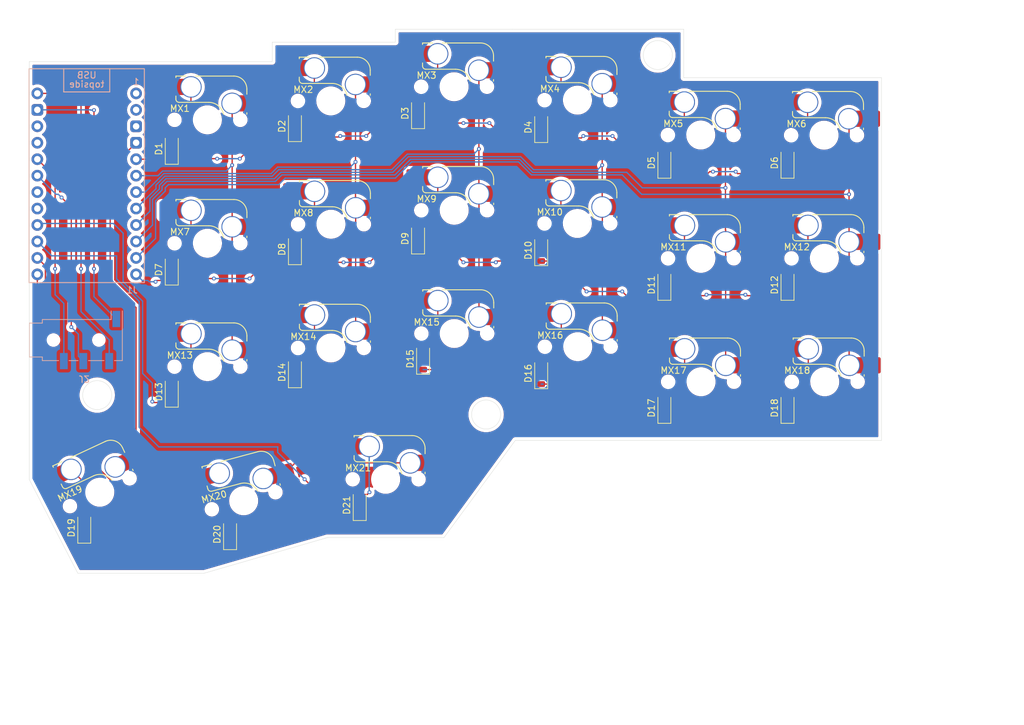
<source format=kicad_pcb>
(kicad_pcb (version 20240108) (generator "pcbnew") (generator_version "8.0")
  (layers (0 "F.Cu" signal) (31 "B.Cu" signal) (34 "B.Paste" user) (35 "F.Paste" user) (36 "B.SilkS" user "B.Silkscreen") (37 "F.SilkS" user "F.Silkscreen") (38 "B.Mask" user) (39 "F.Mask" user) (44 "Edge.Cuts" user))
  (net 0 "")
  (net 1 "Net-(D1-A)")
  (net 2 "Net-(D2-A)")
  (net 3 "Net-(D3-A)")
  (net 4 "Net-(D4-A)")
  (net 5 "Net-(D5-A)")
  (net 6 "Net-(D6-A)")
  (net 7 "Net-(D7-A)")
  (net 8 "Net-(D8-A)")
  (net 9 "Net-(D9-A)")
  (net 10 "Net-(D10-A)")
  (net 11 "Net-(D11-A)")
  (net 12 "Net-(D12-A)")
  (net 13 "Net-(D13-A)")
  (net 14 "Net-(D14-A)")
  (net 15 "Net-(D15-A)")
  (net 16 "Net-(D16-A)")
  (net 17 "Net-(D17-A)")
  (net 18 "Net-(D18-A)")
  (net 19 "Net-(D19-A)")
  (net 20 "Net-(D20-A)")
  (net 21 "Net-(D21-A)")
  (net 25 "Net-(J1-Pin_14)")
  (net 28 "Net-(J1-Pin_17)")
  (net 30 "Net-(J1-Pin_18)")
  (net 31 "Net-(J1-Pin_13)")
  (net 33 "ROW0")
  (net 34 "ROW1")
  (net 35 "ROW2")
  (net 36 "COL0")
  (net 37 "COL1")
  (net 38 "COL2")
  (net 39 "COL3")
  (net 40 "COL4")
  (net 41 "COL5")
  (net 42 "M1OUT")
  (net 43 "M2OUT")
  (net 44 "M3OUT")
  (net 45 "MIN")
  (footprint "PCM_marbastlib-mx:SW_MX_HS_CPG151101S11_1u" (layer "F.Cu") (at 87.589379 67.491573)
    (property "Reference" "MX15")
    (property "Value" "MX_SW_HS")
  )
  (footprint "PCM_marbastlib-mx:SW_MX_HS_CPG151101S11_1u" (layer "F.Cu") (at 49.504076 72.606322)
    (property "Reference" "MX13")
    (property "Value" "MX_SW_HS")
  )
  (footprint "PCM_marbastlib-mx:SW_MX_HS_CPG151101S11_1u" (layer "F.Cu") (at 125.6638 74.940431)
    (property "Reference" "MX17")
    (property "Value" "MX_SW_HS")
  )
  (footprint "PCM_marbastlib-mx:SW_MX_HS_CPG151101S11_1u" (layer "F.Cu") (at 68.558986 69.722406)
    (property "Reference" "MX14")
    (property "Value" "MX_SW_HS")
  )
  (footprint "Diode_SMD:D_SOD-123" (layer "F.Cu") (at 139 60 90)
    (property "Reference" "D12")
    (property "Value" "D_Small")
  )
  (footprint "PCM_marbastlib-mx:SW_MX_HS_CPG151101S11_1u" (layer "F.Cu") (at 106.58 50.5)
    (property "Reference" "MX10")
    (property "Value" "MX_SW_HS")
  )
  (footprint "PCM_marbastlib-mx:SW_MX_HS_CPG151101S11_1u" (layer "F.Cu") (at 68.54 31.58)
    (property "Reference" "MX2")
    (property "Value" "MX_SW_HS")
  )
  (footprint "PCM_marbastlib-mx:SW_MX_HS_CPG151101S11_1u" (layer "F.Cu") (at 125.643053 55.882512)
    (property "Reference" "MX11")
    (property "Value" "MX_SW_HS")
  )
  (footprint "Diode_SMD:D_SOD-123" (layer "F.Cu") (at 44 39 90)
    (property "Reference" "D1")
    (property "Value" "D_Small")
  )
  (footprint "Diode_SMD:D_SOD-123" (layer "F.Cu") (at 63 35.5 90)
    (property "Reference" "D2")
    (property "Value" "D_Small")
  )
  (footprint "PCM_marbastlib-mx:SW_MX_HS_CPG151101S11_1u" (layer "F.Cu") (at 106.640425 69.525279)
    (property "Reference" "MX16")
    (property "Value" "MX_SW_HS")
  )
  (footprint "Diode_SMD:D_SOD-123" (layer "F.Cu") (at 53 98.5 90)
    (property "Reference" "D20")
    (property "Value" "D_Small")
  )
  (footprint "Diode_SMD:D_SOD-123" (layer "F.Cu") (at 101 73.65 90)
    (property "Reference" "D16")
    (property "Value" "D_Small")
  )
  (footprint "PCM_marbastlib-mx:SW_MX_HS_CPG151101S11_1u" (layer "F.Cu") (at 144.744753 74.940431)
    (property "Reference" "MX18")
    (property "Value" "MX_SW_HS")
  )
  (footprint "Diode_SMD:D_SOD-123" (layer "F.Cu") (at 44 57.65 90)
    (property "Reference" "D7")
    (property "Value" "D_Small")
  )
  (footprint "PCM_marbastlib-mx:SW_MX_HS_CPG151101S11_1u" (layer "F.Cu") (at 87.559586 29.388311)
    (property "Reference" "MX3")
    (property "Value" "MX_SW_HS")
  )
  (footprint "PCM_marbastlib-mx:SW_MX_HS_CPG151101S11_1u" (layer "F.Cu") (at 125.618458 36.844863)
    (property "Reference" "MX5")
    (property "Value" "MX_SW_HS")
  )
  (footprint "Diode_SMD:D_SOD-123" (layer "F.Cu") (at 101 54.65 90)
    (property "Reference" "D10")
    (property "Value" "D_Small")
  )
  (footprint "Diode_SMD:D_SOD-123" (layer "F.Cu") (at 63 73.5 90)
    (property "Reference" "D14")
    (property "Value" "D_Small")
  )
  (footprint "PCM_marbastlib-mx:SW_MX_HS_CPG151101S11_1u" (layer "F.Cu") (at 87.578105 48.458827)
    (property "Reference" "MX9")
    (property "Value" "MX_SW_HS")
  )
  (footprint "PCM_marbastlib-mx:SW_MX_HS_CPG151101S11_1u" (layer "F.Cu") (at 77 90)
    (property "Reference" "MX21")
    (property "Value" "MX_SW_HS")
  )
  (footprint "PCM_marbastlib-mx:SW_MX_HS_CPG151101S11_1u" (layer "F.Cu") (at 106.59732 31.461522)
    (property "Reference" "MX4")
    (property "Value" "MX_SW_HS")
  )
  (footprint "PCM_marbastlib-mx:SW_MX_HS_CPG151101S11_1u" (layer "F.Cu") (at 49.5 34.5)
    (property "Reference" "MX1")
    (property "Value" "MX_SW_HS")
  )
  (footprint "PCM_marbastlib-mx:SW_MX_HS_CPG151101S11_1u" (layer "F.Cu") (at 144.639597 36.874771)
    (property "Reference" "MX6")
    (property "Value" "MX_SW_HS")
  )
  (footprint "Diode_SMD:D_SOD-123" (layer "F.Cu") (at 82 33.5 90)
    (property "Reference" "D3")
    (property "Value" "D_Small")
  )
  (footprint "PCM_marbastlib-mx:SW_MX_HS_CPG151101S11_1u" (layer "F.Cu") (at 144.694099 55.882512)
    (property "Reference" "MX12")
    (property "Value" "MX_SW_HS")
  )
  (footprint "Diode_SMD:D_SOD-123" (layer "F.Cu") (at 73 94 90)
    (property "Reference" "D21")
    (property "Value" "D_Small")
  )
  (footprint "PCM_marbastlib-mx:SW_MX_HS_CPG151101S11_1u" (layer "F.Cu") (at 49.506488 53.556107)
    (property "Reference" "MX7")
    (property "Value" "MX_SW_HS")
  )
  (footprint "PCM_marbastlib-mx:SW_MX_HS_CPG151101S11_1u" (layer "F.Cu") (at 55.093097 93.314801 15)
    (property "Reference" "MX20")
    (property "Value" "MX_SW_HS")
  )
  (footprint "Diode_SMD:D_SOD-123" (layer "F.Cu") (at 101 35.65 90)
    (property "Reference" "D4")
    (property "Value" "D_Small")
  )
  (footprint "Diode_SMD:D_SOD-123" (layer "F.Cu") (at 139 79 90)
    (property "Reference" "D18")
    (property "Value" "D_Small")
  )
  (footprint "Diode_SMD:D_SOD-123" (layer "F.Cu") (at 30.5 97.5 90)
    (property "Reference" "D19")
    (property "Value" "D_Small")
  )
  (footprint "Diode_SMD:D_SOD-123" (layer "F.Cu") (at 44 76.5 90)
    (property "Reference" "D13")
    (property "Value" "D_Small")
  )
  (footprint "Diode_SMD:D_SOD-123" (layer "F.Cu") (at 82.782089 71.409564 90)
    (property "Reference" "D15")
    (property "Value" "D_Small")
  )
  (footprint "PCM_marbastlib-mx:SW_MX_HS_CPG151101S11_1u" (layer "F.Cu") (at 32.895956 92 25)
    (property "Reference" "MX19")
    (property "Value" "MX_SW_HS")
  )
  (footprint "Diode_SMD:D_SOD-123" (layer "F.Cu") (at 120 79 90)
    (property "Reference" "D17")
    (property "Value" "D_Small")
  )
  (footprint "Diode_SMD:D_SOD-123" (layer "F.Cu") (at 82 52.85 90)
    (property "Reference" "D9")
    (property "Value" "D_Small")
  )
  (footprint "Diode_SMD:D_SOD-123" (layer "F.Cu") (at 120 41.15 90)
    (property "Reference" "D5")
    (property "Value" "D_Small")
  )
  (footprint "Diode_SMD:D_SOD-123" (layer "F.Cu") (at 63 54.5 90)
    (property "Reference" "D8")
    (property "Value" "D_Small")
  )
  (footprint "PCM_marbastlib-mx:SW_MX_HS_CPG151101S11_1u" (layer "F.Cu") (at 68.562349 50.621895)
    (property "Reference" "MX8")
    (property "Value" "MX_SW_HS")
  )
  (footprint "Diode_SMD:D_SOD-123" (layer "F.Cu") (at 120 60 90)
    (property "Reference" "D11")
    (property "Value" "D_Small")
  )
  (footprint "Diode_SMD:D_SOD-123" (layer "F.Cu") (at 139 41.15 90)
    (property "Reference" "D6")
    (property "Value" "D_Small")
  )
  (footprint "PCM_marbastlib-xp-promicroish:ProMicro_USBup" (layer "B.Cu") (at 30.88 44.39 180)
    (property "Reference" "J1")
    (property "Value" "Conn_02x12_Top_Bottom")
  )
  (footprint "Connector_Audio:Jack_3.5mm_KoreanHropartsElec_PJ-320D-4A_Horizontal" (layer "B.Cu") (at 30.5 68.5)
    (property "Reference" "J2")
    (property "Value" "AudioJack4")
  )
  (gr_line (start 78.5 22.5) (end 60 22.5) (stroke (width 0.05)) (layer "Edge.Cuts"))
  (gr_line (start 59.5 22.5) (end 59.5 25.5) (stroke (width 0.05)) (layer "Edge.Cuts"))
  (gr_circle (center 32.5 77) (end 31.5 79) (stroke (width 0.05)) (fill none) (layer "Edge.Cuts"))
  (gr_line (start 40.5 25.5) (end 22 25.5) (stroke (width 0.05)) (layer "Edge.Cuts"))
  (gr_line (start 122.5 20.5) (end 123 20.5) (stroke (width 0.05)) (layer "Edge.Cuts"))
  (gr_line (start 97 84) (end 86 99) (stroke (width 0.05)) (layer "Edge.Cuts"))
  (gr_line (start 22 25.5) (end 22 90) (stroke (width 0.05)) (layer "Edge.Cuts"))
  (gr_circle (center 119 24.5) (end 118 26.5) (stroke (width 0.05)) (fill none) (layer "Edge.Cuts"))
  (gr_line (start 49 104.5) (end 68 99) (stroke (width 0.05)) (layer "Edge.Cuts"))
  (gr_line (start 116.5 84) (end 97 84) (stroke (width 0.05)) (layer "Edge.Cuts"))
  (gr_line (start 96.5 20.5) (end 78.5 20.5) (stroke (width 0.05)) (layer "Edge.Cuts"))
  (gr_line (start 96.5 20.5) (end 122.5 20.5) (stroke (width 0.05)) (layer "Edge.Cuts"))
  (gr_line (start 123 28) (end 153.5 28) (stroke (width 0.05)) (layer "Edge.Cuts"))
  (gr_line (start 123 20.5) (end 123 28) (stroke (width 0.05)) (layer "Edge.Cuts"))
  (gr_line (start 153.5 84) (end 153.5 28) (stroke (width 0.05)) (layer "Edge.Cuts"))
  (gr_line (start 22 90) (end 29.5 104.5) (stroke (width 0.05)) (layer "Edge.Cuts"))
  (gr_line (start 116.5 84) (end 134.5 84) (stroke (width 0.05)) (layer "Edge.Cuts"))
  (gr_line (start 68 99) (end 86 99) (stroke (width 0.05)) (layer "Edge.Cuts"))
  (gr_line (start 78.5 20.5) (end 78.5 22.5) (stroke (width 0.05)) (layer "Edge.Cuts"))
  (gr_line (start 29.5 104.5) (end 49 104.5) (stroke (width 0.05)) (layer "Edge.Cuts"))
  (gr_line (start 134.5 84) (end 153.5 84) (stroke (width 0.05)) (layer "Edge.Cuts"))
  (gr_line (start 60 22.5) (end 59.5 22.5) (stroke (width 0.05)) (layer "Edge.Cuts"))
  (gr_circle (center 92.5 80) (end 91.5 82) (stroke (width 0.05)) (fill none) (layer "Edge.Cuts"))
  (gr_line (start 59.5 25.5) (end 40.5 25.5) (stroke (width 0.05)) (layer "Edge.Cuts"))
  (segment (start 44 37.35) (end 46.96 34.39) (width 0.2) (layer "F.Cu") (net 1))
  (segment (start 46.96 34.39) (end 46.96 29.42) (width 0.2) (layer "F.Cu") (net 1))
  (segment (start 63 33.85) (end 66 30.85) (width 0.2) (layer "F.Cu") (net 2))
  (segment (start 66 30.85) (end 66 26.5) (width 0.2) (layer "F.Cu") (net 2))
  (segment (start 82 31.85) (end 85.019586 28.830414) (width 0.2) (layer "F.Cu") (net 3))
  (segment (start 85.019586 28.830414) (end 85.019586 24.308311) (width 0.2) (layer "F.Cu") (net 3))
  (segment (start 104.05732 30.686747) (end 104.05732 26.381522) (width 0.2) (layer "F.Cu") (net 4))
  (segment (start 101 33.744067) (end 104.05732 30.686747) (width 0.2) (layer "F.Cu") (net 4))
  (segment (start 101 34) (end 101 33.744067) (width 0.2) (layer "F.Cu") (net 4))
  (segment (start 120 39.5) (end 120 39.148546) (width 0.2) (layer "F.Cu") (net 5))
  (segment (start 120 39.148546) (end 123.078458 36.070088) (width 0.2) (layer "F.Cu") (net 5))
  (segment (start 123.078458 36.070088) (end 123.078458 31.764863) (width 0.2) (layer "F.Cu") (net 5))
  (segment (start 142.099597 36.400403) (end 142.099597 31.794771) (width 0.2) (layer "F.Cu") (net 6))
  (segment (start 139 39.5) (end 142.099597 36.400403) (width 0.2) (layer "F.Cu") (net 6))
  (segment (start 46.966488 53.033512) (end 46.966488 48.476107) (width 0.2) (layer "F.Cu") (net 7))
  (segment (start 44 56) (end 46.966488 53.033512) (width 0.2) (layer "F.Cu") (net 7))
  (segment (start 63 52.85) (end 66.022349 49.827651) (width 0.2) (layer "F.Cu") (net 8))
  (segment (start 66.022349 49.827651) (end 66.022349 45.541895) (width 0.2) (layer "F.Cu") (net 8))
  (segment (start 85.038105 47.684052) (end 85.038105 43.378827) (width 0.2) (layer "F.Cu") (net 9))
  (segment (start 82 51.2) (end 82 50.722157) (width 0.2) (layer "F.Cu") (net 9))
  (segment (start 82 50.722157) (end 85.038105 47.684052) (width 0.2) (layer "F.Cu") (net 9))
  (segment (start 85.038105 43.378827) (end 85.234205 43.574927) (width 0.2) (layer "B.Cu") (net 9))
  (segment (start 101 52.765225) (end 104.04 49.725225) (width 0.2) (layer "F.Cu") (net 10))
  (segment (start 104.04 49.725225) (end 104.04 45.42) (width 0.2) (layer "F.Cu") (net 10))
  (segment (start 101 53) (end 101 52.765225) (width 0.2) (layer "F.Cu") (net 10))
  (segment (start 123.103053 55.246947) (end 123.103053 50.802512) (width 0.2) (layer "F.Cu") (net 11))
  (segment (start 120 58.35) (end 123.103053 55.246947) (width 0.2) (layer "F.Cu") (net 11))
  (segment (start 142.154099 55.195901) (end 142.154099 50.802512) (width 0.2) (layer "F.Cu") (net 12))
  (segment (start 139 58.35) (end 142.154099 55.195901) (width 0.2) (layer "F.Cu") (net 12))
  (segment (start 45.65 74.85) (end 44 74.85) (width 0.2) (layer "F.Cu") (net 13))
  (segment (start 46.5 74.5) (end 46 74.5) (width 0.2) (layer "F.Cu") (net 13))
  (segment (start 46.964076 67.526322) (end 46.964076 74.035924) (width 0.2) (layer "F.Cu") (net 13))
  (segment (start 46.964076 74.035924) (end 46.5 74.5) (width 0.2) (layer "F.Cu") (net 13))
  (segment (start 46 74.5) (end 45.65 74.85) (width 0.2) (layer "F.Cu") (net 13))
  (segment (start 63 71.85) (end 63.6 71.85) (width 0.2) (layer "F.Cu") (net 14))
  (segment (start 63.6 71.85) (end 66.018986 69.431014) (width 0.2) (layer "F.Cu") (net 14))
  (segment (start 66.018986 69.431014) (end 66.018986 64.642406) (width 0.2) (layer "F.Cu") (net 14))
  (segment (start 82.782089 69.759564) (end 85.049379 67.492274) (width 0.2) (layer "F.Cu") (net 15))
  (segment (start 85.049379 67.492274) (end 85.049379 62.411573) (width 0.2) (layer "F.Cu") (net 15))
  (segment (start 104.100425 68.899575) (end 104.100425 64.445279) (width 0.2) (layer "F.Cu") (net 16))
  (segment (start 101 72) (end 104.100425 68.899575) (width 0.2) (layer "F.Cu") (net 16))
  (segment (start 123.1238 74.2262) (end 123.1238 69.860431) (width 0.2) (layer "F.Cu") (net 17))
  (segment (start 120 77.35) (end 123.1238 74.2262) (width 0.2) (layer "F.Cu") (net 17))
  (segment (start 142.204753 74.165656) (end 142.204753 69.860431) (width 0.2) (layer "F.Cu") (net 18))
  (segment (start 139 77.35) (end 139.020409 77.35) (width 0.2) (layer "F.Cu") (net 18))
  (segment (start 139.020409 77.35) (end 142.204753 74.165656) (width 0.2) (layer "F.Cu") (net 18))
  (segment (start 30.5 95.85) (end 30.5 90.522374) (width 0.2) (layer "F.Cu") (net 19))
  (segment (start 30.5 90.522374) (end 28.447033 88.469407) (width 0.2) (layer "F.Cu") (net 19))
  (segment (start 73 92.35) (end 74.15 92.35) (width 0.2) (layer "F.Cu") (net 21))
  (segment (start 74.15 92.35) (end 74.5 92) (width 0.2) (layer "F.Cu") (net 21))
  (via (at 74.5 92) (size 0.6) (drill 0.3) (layers "F.Cu" "B.Cu") (net 21))
  (segment (start 74.46 91.96) (end 74.5 92) (width 0.2) (layer "B.Cu") (net 21))
  (segment (start 74.46 84.92) (end 74.46 91.96) (width 0.2) (layer "B.Cu") (net 21))
  (segment (start 32 57.5) (end 32 56.5) (width 0.2) (layer "F.Cu") (net 25))
  (segment (start 32 56.5) (end 32 33) (width 0.2) (layer "F.Cu") (net 25))
  (via (at 32 33) (size 0.6) (drill 0.3) (layers "F.Cu" "B.Cu") (net 25))
  (via (at 32 57.5) (size 0.6) (drill 0.3) (layers "F.Cu" "B.Cu") (net 25))
  (segment (start 31.5 33) (end 31.46 32.96) (width 0.2) (layer "B.Cu") (net 25))
  (segment (start 32 33) (end 31.5 33) (width 0.2) (layer "B.Cu") (net 25))
  (segment (start 32 61.8) (end 32 61) (width 0.2) (layer "B.Cu") (net 25))
  (segment (start 35.45 65.25) (end 32 61.8) (width 0.2) (layer "B.Cu") (net 25))
  (segment (start 32 61) (end 32 57.5) (width 0.2) (layer "B.Cu") (net 25))
  (segment (start 31.46 32.96) (end 23.26 32.96) (width 0.2) (layer "B.Cu") (net 25))
  (segment (start 26 43.32) (end 23.26 40.58) (width 0.2) (layer "F.Cu") (net 28))
  (segment (start 26 57.5) (end 26 43.32) (width 0.2) (layer "F.Cu") (net 28))
  (via (at 26 57.5) (size 0.6) (drill 0.3) (layers "F.Cu" "B.Cu") (net 28))
  (segment (start 26 61.5) (end 26 57.5) (width 0.2) (layer "B.Cu") (net 28))
  (segment (start 27.35 71.75) (end 27.35 62.85) (width 0.2) (layer "B.Cu") (net 28))
  (segment (start 27.35 62.85) (end 26 61.5) (width 0.2) (layer "B.Cu") (net 28))
  (segment (start 28.5 66.5) (end 28.5 48) (width 0.2) (layer "F.Cu") (net 30))
  (segment (start 28.5 48) (end 27 46.5) (width 0.2) (layer "F.Cu") (net 30))
  (via (at 28.5 66.5) (size 0.6) (drill 0.3) (layers "F.Cu" "B.Cu") (net 30))
  (via (at 27 46.5) (size 0.6) (drill 0.3) (layers "F.Cu" "B.Cu") (net 30))
  (segment (start 26.5 46) (end 26.14 46) (width 0.2) (layer "B.Cu") (net 30))
  (segment (start 30.35 71.75) (end 29.6 71) (width 0.2) (layer "B.Cu") (net 30))
  (segment (start 29.6 67.6) (end 28.5 66.5) (width 0.2) (layer "B.Cu") (net 30))
  (segment (start 27 46.5) (end 26.5 46) (width 0.2) (layer "B.Cu") (net 30))
  (segment (start 29.6 71) (end 29.6 67.6) (width 0.2) (layer "B.Cu") (net 30))
  (segment (start 26.14 46) (end 23.26 43.12) (width 0.2) (layer "B.Cu") (net 30))
  (segment (start 29.42 30.42) (end 23.26 30.42) (width 0.2) (layer "F.Cu") (net 31))
  (segment (start 30 31) (end 29.42 30.42) (width 0.2) (layer "F.Cu") (net 31))
  (segment (start 30 57.5) (end 30 31) (width 0.2) (layer "F.Cu") (net 31))
  (via (at 30 57.5) (size 0.6) (drill 0.3) (layers "F.Cu" "B.Cu") (net 31))
  (segment (start 30 60.5) (end 30 57.5) (width 0.2) (layer "B.Cu") (net 31))
  (segment (start 30 64.123654) (end 30 61) (width 0.2) (layer "B.Cu") (net 31))
  (segment (start 34.35 68.473654) (end 30 64.123654) (width 0.2) (layer "B.Cu") (net 31))
  (segment (start 30 61) (end 30 60.5) (width 0.2) (layer "B.Cu") (net 31))
  (segment (start 34.35 71.75) (end 34.35 68.473654) (width 0.2) (layer "B.Cu") (net 31))
  (segment (start 117.8 42.8) (end 112 37) (width 0.2) (layer "F.Cu") (net 33))
  (segment (start 49.85 40.65) (end 44 40.65) (width 0.2) (layer "F.Cu") (net 33))
  (segment (start 75.85 35.15) (end 74 37) (width 0.2) (layer "F.Cu") (net 33))
  (segment (start 127 42.5) (end 126.7 42.8) (width 0.2) (layer "F.Cu") (net 33))
  (segment (start 51 40.5) (end 50 40.5) (width 0.2) (layer "F.Cu") (net 33))
  (segment (start 70 37) (end 69.85 37.15) (width 0.2) (layer "F.Cu") (net 33))
  (segment (start 69.85 37.15) (end 63 37.15) (width 0.2) (layer "F.Cu") (net 33))
  (segment (start 101 37.3) (end 95.3 37.3) (width 0.2) (layer "F.Cu") (net 33))
  (segment (start 107.2 37.3) (end 101 37.3) (width 0.2) (layer "F.Cu") (net 33))
  (segment (start 126.7 42.8) (end 120 42.8) (width 0.2) (layer "F.Cu") (net 33))
  (segment (start 50 40.5) (end 49.85 40.65) (width 0.2) (layer "F.Cu") (net 33))
  (segment (start 131.3 42.8) (end 131 42.5) (width 0.2) (layer "F.Cu") (net 33))
  (segment (start 44 40.65) (end 43.65 40.65) (width 0.2) (layer "F.Cu") (net 33))
  (segment (start 139 42.8) (end 131.3 42.8) (width 0.2) (layer "F.Cu") (net 33))
  (segment (start 43.58 40.58) (end 38.5 40.58) (width 0.2) (layer "F.Cu") (net 33))
  (segment (start 43.65 40.65) (end 43.58 40.58) (width 0.2) (layer "F.Cu") (net 33))
  (segment (start 87.85 35.15) (end 82 35.15) (width 0.2) (layer "F.Cu") (net 33))
  (segment (start 63 37.15) (end 57.85 37.15) (width 0.2) (layer "F.Cu") (net 33))
  (segment (start 107.5 37) (end 107.2 37.3) (width 0.2) (layer "F.Cu") (net 33))
  (segment (start 95.3 37.3) (end 93 35) (width 0.2) (layer "F.Cu") (net 33))
  (segment (start 57.85 37.15) (end 54.5 40.5) (width 0.2) (layer "F.Cu") (net 33))
  (segment (start 89 35) (end 88 35) (width 0.2) (layer "F.Cu") (net 33))
  (segment (start 88 35) (end 87.85 35.15) (width 0.2) (layer "F.Cu") (net 33))
  (segment (start 82 35.15) (end 75.85 35.15) (width 0.2) (layer "F.Cu") (net 33))
  (segment (start 120 42.8) (end 117.8 42.8) (width 0.2) (layer "F.Cu") (net 33))
  (segment (start 127.5 42.5) (end 127 42.5) (width 0.2) (layer "F.Cu") (net 33))
  (via (at 51 40.5) (size 0.6) (drill 0.3) (layers "F.Cu" "B.Cu") (net 33))
  (via (at 107.5 37) (size 0.6) (drill 0.3) (layers "F.Cu" "B.Cu") (net 33))
  (via (at 93 35) (size 0.6) (drill 0.3) (layers "F.Cu" "B.Cu") (net 33))
  (via (at 127.5 42.5) (size 0.6) (drill 0.3) (layers "F.Cu" "B.Cu") (net 33))
  (via (at 54.5 40.5) (size 0.6) (drill 0.3) (layers "F.Cu" "B.Cu") (net 33))
  (via (at 89 35) (size 0.6) (drill 0.3) (layers "F.Cu" "B.Cu") (net 33))
  (via (at 131 42.5) (size 0.6) (drill 0.3) (layers "F.Cu" "B.Cu") (net 33))
  (via (at 112 37) (size 0.6) (drill 0.3) (layers "F.Cu" "B.Cu") (net 33))
  (via (at 74 37) (size 0.6) (drill 0.3) (layers "F.Cu" "B.Cu") (net 33))
  (via (at 70 37) (size 0.6) (drill 0.3) (layers "F.Cu" "B.Cu") (net 33))
  (segment (start 131 42.5) (end 127.5 42.5) (width 0.2) (layer "B.Cu") (net 33))
  (segment (start 74 37) (end 70 37) (width 0.2) (layer "B.Cu") (net 33))
  (segment (start 53.5 40.5) (end 51 40.5) (width 0.2) (layer "B.Cu") (net 33))
  (segment (start 93 35) (end 89 35) (width 0.2) (layer "B.Cu") (net 33))
  (segment (start 54.5 40.5) (end 53.5 40.5) (width 0.2) (layer "B.Cu") (net 33))
  (segment (start 112 37) (end 107.5 37) (width 0.2) (layer "B.Cu") (net 33))
  (segment (start 76.5 54.5) (end 74.5 56.5) (width 0.2) (layer "F.Cu") (net 34))
  (segment (start 103.3 56.3) (end 101 56.3) (width 0.2) (layer "F.Cu") (net 34))
  (segment (start 132.65 61.65) (end 132.5 61.5) (width 0.2) (layer "F.Cu") (net 34))
  (segment (start 89 56.5) (end 87 54.5) (width 0.2) (layer "F.Cu") (net 34))
  (segment (start 50.5 59) (end 49.5 59) (width 0.2) (layer "F.Cu") (net 34))
  (segment (start 70.5 56.5) (end 69.5 56.5) (width 0.2) (layer "F.Cu") (net 34))
  (segment (start 44 59.3) (end 41.7 59.3) (width 0.2) (layer "F.Cu") (net 34))
  (segment (start 63 56.15) (end 58.85 56.15) (width 0.2) (layer "F.Cu") (net 34))
  (segment (start 49.5 59) (end 49.2 59.3) (width 0.2) (layer "F.Cu") (net 34))
  (segment (start 94.2 56.3) (end 94 56.5) (width 0.2) (layer "F.Cu") (net 34))
  (segment (start 126.35 61.65) (end 120 61.65) (width 0.2) (layer "F.Cu") (net 34))
  (segment (start 120 61.65) (end 114.15 61.65) (width 0.2) (layer "F.Cu") (net 34))
  (segment (start 82 54.5) (end 76.5 54.5) (width 0.2) (layer "F.Cu") (net 34))
  (segment (start 69.15 56.15) (end 63 56.15) (width 0.2) (layer "F.Cu") (net 34))
  (segment (start 126.5 61.5) (end 126.35 61.65) (width 0.2) (layer "F.Cu") (net 34))
  (segment (start 49.2 59.3) (end 44 59.3) (width 0.2) (layer "F.Cu") (net 34))
  (segment (start 108 61) (end 103.3 56.3) (width 0.2) (layer "F.Cu") (net 34))
  (segment (start 58.85 56.15) (end 56 59) (width 0.2) (layer "F.Cu") (net 34))
  (segment (start 41.7 59.3) (end 41.5 59.5) (width 0.2) (layer "F.Cu") (net 34))
  (segment (start 114.15 61.65) (end 113.5 61) (width 0.2) (layer "F.Cu") (net 34))
  (segment (start 69.5 56.5) (end 69.15 56.15) (width 0.2) (layer "F.Cu") (net 34))
  (segment (start 87 54.5) (end 82 54.5) (width 0.2) (layer "F.Cu") (net 34))
  (segment (start 101 56.3) (end 94.2 56.3) (width 0.2) (layer "F.Cu") (net 34))
  (segment (start 139 61.65) (end 132.65 61.65) (width 0.2) (layer "F.Cu") (net 34))
  (via (at 56 59) (size 0.6) (drill 0.3) (layers "F.Cu" "B.Cu") (net 34))
  (via (at 132.5 61.5) (size 0.6) (drill 0.3) (layers "F.Cu" "B.Cu") (net 34))
  (via (at 50.5 59) (size 0.6) (drill 0.3) (layers "F.Cu" "B.Cu") (net 34))
  (via (at 126.5 61.5) (size 0.6) (drill 0.3) (layers "F.Cu" "B.Cu") (net 34))
  (via (at 41.5 59.5) (size 0.6) (drill 0.3) (layers "F.Cu" "B.Cu") (net 34))
  (via (at 113.5 61) (size 0.6) (drill 0.3) (layers "F.Cu" "B.Cu") (net 34))
  (via (at 108 61) (size 0.6) (drill 0.3) (layers "F.Cu" "B.Cu") (net 34))
  (via (at 89 56.5) (size 0.6) (drill 0.3) (layers "F.Cu" "B.Cu") (net 34))
  (via (at 94 56.5) (size 0.6) (drill 0.3) (layers "F.Cu" "B.Cu") (net 34))
  (via (at 70.5 56.5) (size 0.6) (drill 0.3) (layers "F.Cu" "B.Cu") (net 34))
  (via (at 74.5 56.5) (size 0.6) (drill 0.3) (layers "F.Cu" "B.Cu") (net 34))
  (segment (start 112.5 61) (end 108 61) (width 0.2) (layer "B.Cu") (net 34))
  (segment (start 55 59) (end 50.5 59) (width 0.2) (layer "B.Cu") (net 34))
  (segment (start 40.3 59.3) (end 39.44 59.3) (width 0.2) (layer "B.Cu") (net 34))
  (segment (start 132.5 61.5) (end 126.5 61.5) (width 0.2) (layer "B.Cu") (net 34))
  (segment (start 74.5 56.5) (end 70.5 56.5) (width 0.2) (layer "B.Cu") (net 34))
  (segment (start 41.5 59.5) (end 40.5 59.5) (width 0.2) (layer "B.Cu") (net 34))
  (segment (start 39.44 59.3) (end 38.5 58.36) (width 0.2) (layer "B.Cu") (net 34))
  (segment (start 113.5 61) (end 112.5 61) (width 0.2) (layer "B.Cu") (net 34))
  (segment (start 56 59) (end 55 59) (width 0.2) (layer "B.Cu") (net 34))
  (segment (start 40.5 59.5) (end 40.3 59.3) (width 0.2) (layer "B.Cu") (net 34))
  (segment (start 94 56.5) (end 89 56.5) (width 0.2) (layer "B.Cu") (net 34))
  (segment (start 101 56.3) (end 101.3 56.3) (width 0.2) (layer "B.Cu") (net 34))
  (segment (start 65.090436 73.059564) (end 63 75.15) (width 0.2) (layer "F.Cu") (net 35))
  (segment (start 59.65 78.15) (end 44 78.15) (width 0.2) (layer "F.Cu") (net 35))
  (segment (start 100.8 75.3) (end 98.559564 73.059564) (width 0.2) (layer "F.Cu") (net 35))
  (segment (start 119.65 80.65) (end 114.3 75.3) (width 0.2) (layer "F.Cu") (net 35))
  (segment (start 101 75.3) (end 100.8 75.3) (width 0.2) (layer "F.Cu") (net 35))
  (segment (start 41 78) (end 41.15 78.15) (width 0.2) (layer "F.Cu") (net 35))
  (segment (start 120 80.65) (end 119.65 80.65) (width 0.2) (layer "F.Cu") (net 35))
  (segment (start 139 80.65) (end 120 80.65) (width 0.2) (layer "F.Cu") (net 35))
  (segment (start 63 75.15) (end 62.65 75.15) (width 0.2) (layer "F.Cu") (net 35))
  (segment (start 82.782089 73.059564) (end 65.090436 73.059564) (width 0.2) (layer "F.Cu") (net 35))
  (segment (start 114.3 75.3) (end 101 75.3) (width 0.2) (layer "F.Cu") (net 35))
  (segment (start 98.559564 73.059564) (end 82.782089 73.059564) (width 0.2) (layer "F.Cu") (net 35))
  (segment (start 41.15 78.15) (end 44 78.15) (width 0.2) (layer "F.Cu") (net 35))
  (segment (start 62.65 75.15) (end 59.65 78.15) (width 0.2) (layer "F.Cu") (net 35))
  (via (at 41 78) (size 0.6) (drill 0.3) (layers "F.Cu" "B.Cu") (net 35))
  (segment (start 82.782089 73.059564) (end 83.440436 73.059564) (width 0.2) (layer "B.Cu") (net 35))
  (segment (start 39.5 62.5) (end 39.5 73.65) (width 0.2) (layer "B.Cu") (net 35))
  (segment (start 36.5 52) (end 36.5 59.5) (width 0.2) (layer "B.Cu") (net 35))
  (segment (start 36.5 59.5) (end 39.5 62.5) (width 0.2) (layer "B.Cu") (net 35))
  (segment (start 101 75.3) (end 101.3 75.3) (width 0.2) (layer "B.Cu") (net 35))
  (segment (start 23.26 50.74) (end 23.5 50.5) (width 0.2) (layer "B.Cu") (net 35))
  (segment (start 35 50.5) (end 36.5 52) (width 0.2) (layer "B.Cu") (net 35))
  (segment (start 39.5 73.65) (end 41 75.15) (width 0.2) (layer "B.Cu") (net 35))
  (segment (start 41 75.15) (end 41 78) (width 0.2) (layer "B.Cu") (net 35))
  (segment (start 23.5 50.5) (end 35 50.5) (width 0.2) (layer "B.Cu") (net 35))
  (segment (start 53.316488 41.5) (end 53.316488 31.966488) (width 0.2) (layer "F.Cu") (net 36))
  (segment (start 53.314076 51.018519) (end 53.316488 51.016107) (width 0.2) (layer "F.Cu") (net 36))
  (segment (start 53.316488 51.016107) (end 53.316488 41.5) (width 0.2) (layer "F.Cu") (net 36))
  (segment (start 53.316488 31.966488) (end 53.31 31.96) (width 0.2) (layer "F.Cu") (net 36))
  (segment (start 53.314076 70.066322) (end 53.314076 51.018519) (width 0.2) (layer "F.Cu") (net 36))
  (via (at 53.316488 41.5) (size 0.6) (drill 0.3) (layers "F.Cu" "B.Cu") (net 36))
  (segment (start 38.5 43.12) (end 41.88 43.12) (width 0.2) (layer "B.Cu") (net 36))
  (segment (start 42.601474 42.398529) (end 52.417959 42.398529) (width 0.2) (layer "B.Cu") (net 36))
  (segment (start 41.88 43.12) (end 42.601474 42.398529) (width 0.2) (layer "B.Cu") (net 36))
  (segment (start 52.417959 42.398529) (end 53.316488 41.5) (width 0.2) (layer "B.Cu") (net 36))
  (segment (start 72.35 29.04) (end 72.35 41) (width 0.2) (layer "F.Cu") (net 37))
  (segment (start 72.35 41) (end 72.35 48.059546) (width 0.2) (layer "F.Cu") (net 37))
  (segment (start 72.372349 48.081895) (end 72.372349 67.179043) (width 0.2) (layer "F.Cu") (net 37))
  (segment (start 72.372349 67.179043) (end 72.368986 67.182406) (width 0.2) (layer "F.Cu") (net 37))
  (segment (start 72.35 48.059546) (end 72.372349 48.081895) (width 0.2) (layer "F.Cu") (net 37))
  (via (at 72.35 41) (size 0.6) (drill 0.3) (layers "F.Cu" "B.Cu") (net 37))
  (segment (start 71.55 41.8) (end 72.35 41) (width 0.2) (layer "B.Cu") (net 37))
  (segment (start 60.332844 41.8) (end 71.55 41.8) (width 0.2) (layer "B.Cu") (net 37))
  (segment (start 59.334314 42.798529) (end 60.332844 41.8) (width 0.2) (layer "B.Cu") (net 37))
  (segment (start 42.767159 42.798529) (end 59.334314 42.798529) (width 0.2) (layer "B.Cu") (net 37))
  (segment (start 39.905686 45.66) (end 42.767159 42.798529) (width 0.2) (layer "B.Cu") (net 37))
  (segment (start 38.5 45.66) (end 39.905686 45.66) (width 0.2) (layer "B.Cu") (net 37))
  (segment (start 91.388105 39) (end 91.388105 26.86683) (width 0.2) (layer "F.Cu") (net 38))
  (segment (start 91.388105 26.86683) (end 91.369586 26.848311) (width 0.2) (layer "F.Cu") (net 38))
  (segment (start 91.388105 45.918827) (end 91.388105 39) (width 0.2) (layer "F.Cu") (net 38))
  (segment (start 91.399379 45.930101) (end 91.388105 45.918827) (width 0.2) (layer "F.Cu") (net 38))
  (segment (start 91.399379 64.951573) (end 91.399379 45.930101) (width 0.2) (layer "F.Cu") (net 38))
  (via (at 91.388105 39) (size 0.6) (drill 0.3) (layers "F.Cu" "B.Cu") (net 38))
  (segment (start 80.334315 39.8) (end 90.588105 39.8) (width 0.2) (layer "B.Cu") (net 38))
  (segment (start 90.588105 39.8) (end 91.388105 39) (width 0.2) (layer "B.Cu") (net 38))
  (segment (start 42.932844 43.198529) (end 59.5 43.198529) (width 0.2) (layer "B.Cu") (net 38))
  (segment (start 60.498529 42.2) (end 77.934314 42.2) (width 0.2) (layer "B.Cu") (net 38))
  (segment (start 41.565686 45.134314) (end 41.565686 44.565686) (width 0.2) (layer "B.Cu") (net 38))
  (segment (start 59.5 43.198529) (end 60.498529 42.2) (width 0.2) (layer "B.Cu") (net 38))
  (segment (start 38.5 48.2) (end 41.565686 45.134314) (width 0.2) (layer "B.Cu") (net 38))
  (segment (start 77.934314 42.2) (end 80.334315 39.8) (width 0.2) (layer "B.Cu") (net 38))
  (segment (start 41.565686 44.565686) (end 42.932844 43.198529) (width 0.2) (layer "B.Cu") (net 38))
  (segment (start 110.435 48.005) (end 110.435 66.969854) (width 0.2) (layer "F.Cu") (net 39))
  (segment (start 110.40732 47.94268) (end 110.39 47.96) (width 0.2) (layer "F.Cu") (net 39))
  (segment (start 110.435 66.969854) (end 110.450425 66.985279) (width 0.2) (layer "F.Cu") (net 39))
  (segment (start 110.39 47.96) (end 110.435 48.005) (width 0.2) (layer "F.Cu") (net 39))
  (segment (start 110.40732 28.921522) (end 110.40732 41.5) (width 0.2) (layer "F.Cu") (net 39))
  (segment (start 110.40732 41.5) (end 110.40732 47.94268) (width 0.2) (layer "F.Cu") (net 39))
  (via (at 110.40732 41.5) (size 0.6) (drill 0.3) (layers "F.Cu" "B.Cu") (net 39))
  (segment (start 40.632843 46.632843) (end 42.098529 45.167157) (width 0.2) (layer "B.Cu") (net 39))
  (segment (start 78.1 42.6) (end 80.5 40.2) (width 0.2) (layer "B.Cu") (net 39))
  (segment (start 97.831372 40.2) (end 99.831372 42.2) (width 0.2) (layer "B.Cu") (net 39))
  (segment (start 43.098529 43.598529) (end 59.835785 43.598529) (width 0.2) (layer "B.Cu") (net 39))
  (segment (start 42.098529 45.167157) (end 42.098529 44.598529) (width 0.2) (layer "B.Cu") (net 39))
  (segment (start 109.70732 42.2) (end 110.40732 41.5) (width 0.2) (layer "B.Cu") (net 39))
  (segment (start 42.098529 44.598529) (end 43.098529 43.598529) (width 0.2) (layer "B.Cu") (net 39))
  (segment (start 99.831372 42.2) (end 109.70732 42.2) (width 0.2) (layer "B.Cu") (net 39))
  (segment (start 80.5 40.2) (end 97.831372 40.2) (width 0.2) (layer "B.Cu") (net 39))
  (segment (start 60.834315 42.6) (end 78.1 42.6) (width 0.2) (layer "B.Cu") (net 39))
  (segment (start 40.632843 48.607157) (end 40.632843 46.632843) (width 0.2) (layer "B.Cu") (net 39))
  (segment (start 38.5 50.74) (end 40.632843 48.607157) (width 0.2) (layer "B.Cu") (net 39))
  (segment (start 59.835785 43.598529) (end 60.834315 42.6) (width 0.2) (layer "B.Cu") (net 39))
  (segment (start 129.453053 53.342512) (end 129.453053 72.379684) (width 0.2) (layer "F.Cu") (net 40))
  (segment (start 129.453053 72.379684) (end 129.4738 72.400431) (width 0.2) (layer "F.Cu") (net 40))
  (segment (start 129.428458 45) (end 129.428458 51.492917) (width 0.2) (layer "F.Cu") (net 40))
  (segment (start 129.428458 51.492917) (end 129.453053 51.517512) (width 0.2) (layer "F.Cu") (net 40))
  (segment (start 129.428458 34.304863) (end 129.428458 45) (width 0.2) (layer "F.Cu") (net 40))
  (segment (start 129.453053 51.517512) (end 129.453053 53.342512) (width 0.2) (layer "F.Cu") (net 40))
  (via (at 129.428458 45) (size 0.6) (drill 0.3) (layers "F.Cu" "B.Cu") (net 40))
  (segment (start 38.5 53.28) (end 41.032843 50.747157) (width 0.2) (layer "B.Cu") (net 40))
  (segment (start 42.498529 44.764215) (end 43.262744 44) (width 0.2) (layer "B.Cu") (net 40))
  (segment (start 41.032843 50.747157) (end 41.032843 46.798529) (width 0.2) (layer "B.Cu") (net 40))
  (segment (start 116.592843 45) (end 129.428458 45) (width 0.2) (layer "B.Cu") (net 40))
  (segment (start 114.192843 42.6) (end 116.592843 45) (width 0.2) (layer "B.Cu") (net 40))
  (segment (start 61 43) (end 78.434314 43) (width 0.2) (layer "B.Cu") (net 40))
  (segment (start 78.434314 43) (end 80.834315 40.6) (width 0.2) (layer "B.Cu") (net 40))
  (segment (start 80.834315 40.6) (end 97.665686 40.6) (width 0.2) (layer "B.Cu") (net 40))
  (segment (start 99.665686 42.6) (end 114.192843 42.6) (width 0.2) (layer "B.Cu") (net 40))
  (segment (start 60 44) (end 61 43) (width 0.2) (layer "B.Cu") (net 40))
  (segment (start 43.262744 44) (end 60 44) (width 0.2) (layer "B.Cu") (net 40))
  (segment (start 97.665686 40.6) (end 99.665686 42.6) (width 0.2) (layer "B.Cu") (net 40))
  (segment (start 41.032843 46.798529) (end 42.498529 45.332843) (width 0.2) (layer "B.Cu") (net 40))
  (segment (start 42.498529 45.332843) (end 42.498529 44.764215) (width 0.2) (layer "B.Cu") (net 40))
  (segment (start 148.449597 34.334771) (end 148.494597 34.379771) (width 0.2) (layer "F.Cu") (net 41))
  (segment (start 148.494597 53.33301) (end 148.504099 53.342512) (width 0.2) (layer "F.Cu") (net 41))
  (segment (start 148.504099 53.342512) (end 148.504099 72.349777) (width 0.2) (layer "F.Cu") (net 41))
  (segment (start 148.494597 34.379771) (end 148.494597 46) (width 0.2) (layer "F.Cu") (net 41))
  (segment (start 148.504099 72.349777) (end 148.554753 72.400431) (width 0.2) (layer "F.Cu") (net 41))
  (segment (start 148.494597 46) (end 148.494597 53.33301) (width 0.2) (layer "F.Cu") (net 41))
  (via (at 148.494597 46) (size 0.6) (drill 0.3) (layers "F.Cu" "B.Cu") (net 41))
  (segment (start 99.5 43) (end 113.5 43) (width 0.2) (layer "B.Cu") (net 41))
  (segment (start 43 45) (end 43.5 44.5) (width 0.2) (layer "B.Cu") (net 41))
  (segment (start 97.5 41) (end 99.5 43) (width 0.2) (layer "B.Cu") (net 41))
  (segment (start 38.5 55.82) (end 41.5 52.82) (width 0.2) (layer "B.Cu") (net 41))
  (segment (start 78.5 43.5) (end 81 41) (width 0.2) (layer "B.Cu") (net 41))
  (segment (start 43.5 44.5) (end 60.5 44.5) (width 0.2) (layer "B.Cu") (net 41))
  (segment (start 113.5 43) (end 116.5 46) (width 0.2) (layer "B.Cu") (net 41))
  (segment (start 41.5 47) (end 43 45.5) (width 0.2) (layer "B.Cu") (net 41))
  (segment (start 60.5 44.5) (end 61.5 43.5) (width 0.2) (layer "B.Cu") (net 41))
  (segment (start 41.5 52.82) (end 41.5 47) (width 0.2) (layer "B.Cu") (net 41))
  (segment (start 61.5 43.5) (end 78.5 43.5) (width 0.2) (layer "B.Cu") (net 41))
  (segment (start 116.5 46) (end 148.494597 46) (width 0.2) (layer "B.Cu") (net 41))
  (segment (start 81 41) (end 97.5 41) (width 0.2) (layer "B.Cu") (net 41))
  (segment (start 43 45.5) (end 43 45) (width 0.2) (layer "B.Cu") (net 41))
  (segment (start 30.5 99.15) (end 24.493548 93.143548) (width 0.2) (layer "F.Cu") (net 42))
  (segment (start 24.493548 91.863849) (end 23.26 90.630301) (width 0.2) (layer "F.Cu") (net 42))
  (segment (start 23.26 90.630301) (end 23.26 58.36) (width 0.2) (layer "F.Cu") (net 42))
  (segment (start 24.493548 93.143548) (end 24.493548 91.863849) (width 0.2) (layer "F.Cu") (net 42))
  (segment (start 24.5 57.06) (end 23.26 55.82) (width 0.2) (layer "F.Cu") (net 43))
  (segment (start 44.5 94.65) (end 39.080018 94.65) (width 0.2) (layer "F.Cu") (net 43))
  (segment (start 24.5 80.069982) (end 24.5 57.06) (width 0.2) (layer "F.Cu") (net 43))
  (segment (start 53 100.15) (end 50 100.15) (width 0.2) (layer "F.Cu") (net 43))
  (segment (start 39.080018 94.65) (end 24.5 80.069982) (width 0.2) (layer "F.Cu") (net 43))
  (segment (start 50 100.15) (end 44.5 94.65) (width 0.2) (layer "F.Cu") (net 43))
  (segment (start 73 95.65) (end 70.15 95.65) (width 0.2) (layer "F.Cu") (net 44))
  (segment (start 70.15 95.65) (end 64.5 90) (width 0.2) (layer "F.Cu") (net 44))
  (via (at 64.5 90) (size 0.6) (drill 0.3) (layers "F.Cu" "B.Cu") (net 44))
  (segment (start 25.48 55.5) (end 23.26 53.28) (width 0.2) (layer "B.Cu") (net 44))
  (segment (start 64.5 90) (end 60.35 85.85) (width 0.2) (layer "B.Cu") (net 44))
  (segment (start 42 85) (end 38.967157 81.967157) (width 0.2) (layer "B.Cu") (net 44))
  (segment (start 35.5 55.5) (end 25.48 55.5) (width 0.2) (layer "B.Cu") (net 44))
  (segment (start 60.35 85) (end 42 85) (width 0.2) (layer "B.Cu") (net 44))
  (segment (start 60.35 85.85) (end 60.35 85) (width 0.2) (layer "B.Cu") (net 44))
  (segment (start 38.967157 81.967157) (end 38.967157 62.532843) (width 0.2) (layer "B.Cu") (net 44))
  (segment (start 35.5 59.065685) (end 35.5 55.5) (width 0.2) (layer "B.Cu") (net 44))
  (segment (start 38.967157 62.532843) (end 35.5 59.065685) (width 0.2) (layer "B.Cu") (net 44))
  (segment (start 61.544911 88.956441) (end 63.041352 87.46) (width 0.2) (layer "F.Cu") (net 45))
  (segment (start 38.492931 86.587508) (end 59.175978 86.587508) (width 0.2) (layer "F.Cu") (net 45))
  (segment (start 38.492931 63.492931) (end 34.5 59.5) (width 0.2) (layer "F.Cu") (net 45))
  (segment (start 34.5 42.04) (end 38.5 38.04) (width 0.2) (layer "F.Cu") (net 45))
  (segment (start 59.175978 86.587508) (end 61.544911 88.956441) (width 0.2) (layer "F.Cu") (net 45))
  (segment (start 34.5 59.5) (end 34.5 42.04) (width 0.2) (layer "F.Cu") (net 45))
  (segment (start 63.041352 87.46) (end 80.81 87.46) (width 0.2) (layer "F.Cu") (net 45))
  (segment (start 38.492931 86.587508) (end 38.492931 63.492931) (width 0.2) (layer "F.Cu") (net 45))
  (zone (net 0) (net_name "") (layers "F&B.Cu") (connect_pads (clearance 0.5)) (min_thickness 0.25) (fill yes (thermal_gap 0.5) (thermal_bridge_width 0.5) (island_removal_mode 1) (island_area_min 10))
    (polygon (pts (xy 18 22.5) (xy 17.5 107) (xy 175.5 105.5) (xy 170.5 18) (xy 20 16) (xy 18.5 23)))
  )
)
</source>
